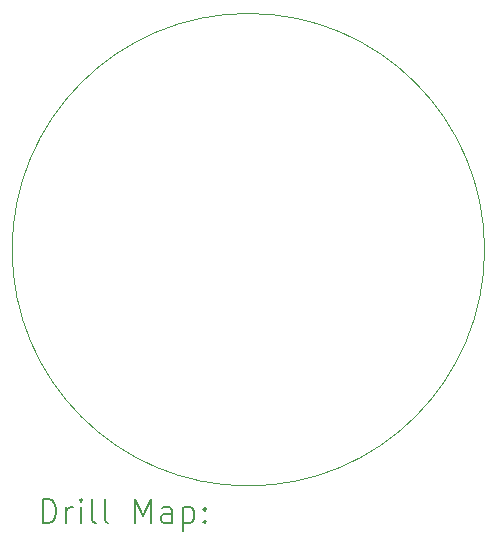
<source format=gbr>
%TF.GenerationSoftware,KiCad,Pcbnew,7.0.7*%
%TF.CreationDate,2024-10-23T00:54:41-07:00*%
%TF.ProjectId,ESP_POE_1.4b,4553505f-504f-4455-9f31-2e34622e6b69,K*%
%TF.SameCoordinates,Original*%
%TF.FileFunction,Drillmap*%
%TF.FilePolarity,Positive*%
%FSLAX45Y45*%
G04 Gerber Fmt 4.5, Leading zero omitted, Abs format (unit mm)*
G04 Created by KiCad (PCBNEW 7.0.7) date 2024-10-23 00:54:41*
%MOMM*%
%LPD*%
G01*
G04 APERTURE LIST*
%ADD10C,0.050000*%
%ADD11C,0.200000*%
G04 APERTURE END LIST*
D10*
X11062720Y-14401800D02*
G75*
G03*
X11062720Y-14401800I-2000000J0D01*
G01*
D11*
X7320997Y-16715784D02*
X7320997Y-16515784D01*
X7320997Y-16515784D02*
X7368616Y-16515784D01*
X7368616Y-16515784D02*
X7397187Y-16525308D01*
X7397187Y-16525308D02*
X7416235Y-16544355D01*
X7416235Y-16544355D02*
X7425759Y-16563403D01*
X7425759Y-16563403D02*
X7435282Y-16601498D01*
X7435282Y-16601498D02*
X7435282Y-16630069D01*
X7435282Y-16630069D02*
X7425759Y-16668165D01*
X7425759Y-16668165D02*
X7416235Y-16687212D01*
X7416235Y-16687212D02*
X7397187Y-16706260D01*
X7397187Y-16706260D02*
X7368616Y-16715784D01*
X7368616Y-16715784D02*
X7320997Y-16715784D01*
X7520997Y-16715784D02*
X7520997Y-16582450D01*
X7520997Y-16620546D02*
X7530521Y-16601498D01*
X7530521Y-16601498D02*
X7540044Y-16591974D01*
X7540044Y-16591974D02*
X7559092Y-16582450D01*
X7559092Y-16582450D02*
X7578140Y-16582450D01*
X7644806Y-16715784D02*
X7644806Y-16582450D01*
X7644806Y-16515784D02*
X7635282Y-16525308D01*
X7635282Y-16525308D02*
X7644806Y-16534831D01*
X7644806Y-16534831D02*
X7654330Y-16525308D01*
X7654330Y-16525308D02*
X7644806Y-16515784D01*
X7644806Y-16515784D02*
X7644806Y-16534831D01*
X7768616Y-16715784D02*
X7749568Y-16706260D01*
X7749568Y-16706260D02*
X7740044Y-16687212D01*
X7740044Y-16687212D02*
X7740044Y-16515784D01*
X7873378Y-16715784D02*
X7854330Y-16706260D01*
X7854330Y-16706260D02*
X7844806Y-16687212D01*
X7844806Y-16687212D02*
X7844806Y-16515784D01*
X8101949Y-16715784D02*
X8101949Y-16515784D01*
X8101949Y-16515784D02*
X8168616Y-16658641D01*
X8168616Y-16658641D02*
X8235282Y-16515784D01*
X8235282Y-16515784D02*
X8235282Y-16715784D01*
X8416235Y-16715784D02*
X8416235Y-16611022D01*
X8416235Y-16611022D02*
X8406711Y-16591974D01*
X8406711Y-16591974D02*
X8387663Y-16582450D01*
X8387663Y-16582450D02*
X8349568Y-16582450D01*
X8349568Y-16582450D02*
X8330521Y-16591974D01*
X8416235Y-16706260D02*
X8397187Y-16715784D01*
X8397187Y-16715784D02*
X8349568Y-16715784D01*
X8349568Y-16715784D02*
X8330521Y-16706260D01*
X8330521Y-16706260D02*
X8320997Y-16687212D01*
X8320997Y-16687212D02*
X8320997Y-16668165D01*
X8320997Y-16668165D02*
X8330521Y-16649117D01*
X8330521Y-16649117D02*
X8349568Y-16639593D01*
X8349568Y-16639593D02*
X8397187Y-16639593D01*
X8397187Y-16639593D02*
X8416235Y-16630069D01*
X8511473Y-16582450D02*
X8511473Y-16782450D01*
X8511473Y-16591974D02*
X8530521Y-16582450D01*
X8530521Y-16582450D02*
X8568616Y-16582450D01*
X8568616Y-16582450D02*
X8587664Y-16591974D01*
X8587664Y-16591974D02*
X8597187Y-16601498D01*
X8597187Y-16601498D02*
X8606711Y-16620546D01*
X8606711Y-16620546D02*
X8606711Y-16677688D01*
X8606711Y-16677688D02*
X8597187Y-16696736D01*
X8597187Y-16696736D02*
X8587664Y-16706260D01*
X8587664Y-16706260D02*
X8568616Y-16715784D01*
X8568616Y-16715784D02*
X8530521Y-16715784D01*
X8530521Y-16715784D02*
X8511473Y-16706260D01*
X8692425Y-16696736D02*
X8701949Y-16706260D01*
X8701949Y-16706260D02*
X8692425Y-16715784D01*
X8692425Y-16715784D02*
X8682902Y-16706260D01*
X8682902Y-16706260D02*
X8692425Y-16696736D01*
X8692425Y-16696736D02*
X8692425Y-16715784D01*
X8692425Y-16591974D02*
X8701949Y-16601498D01*
X8701949Y-16601498D02*
X8692425Y-16611022D01*
X8692425Y-16611022D02*
X8682902Y-16601498D01*
X8682902Y-16601498D02*
X8692425Y-16591974D01*
X8692425Y-16591974D02*
X8692425Y-16611022D01*
M02*

</source>
